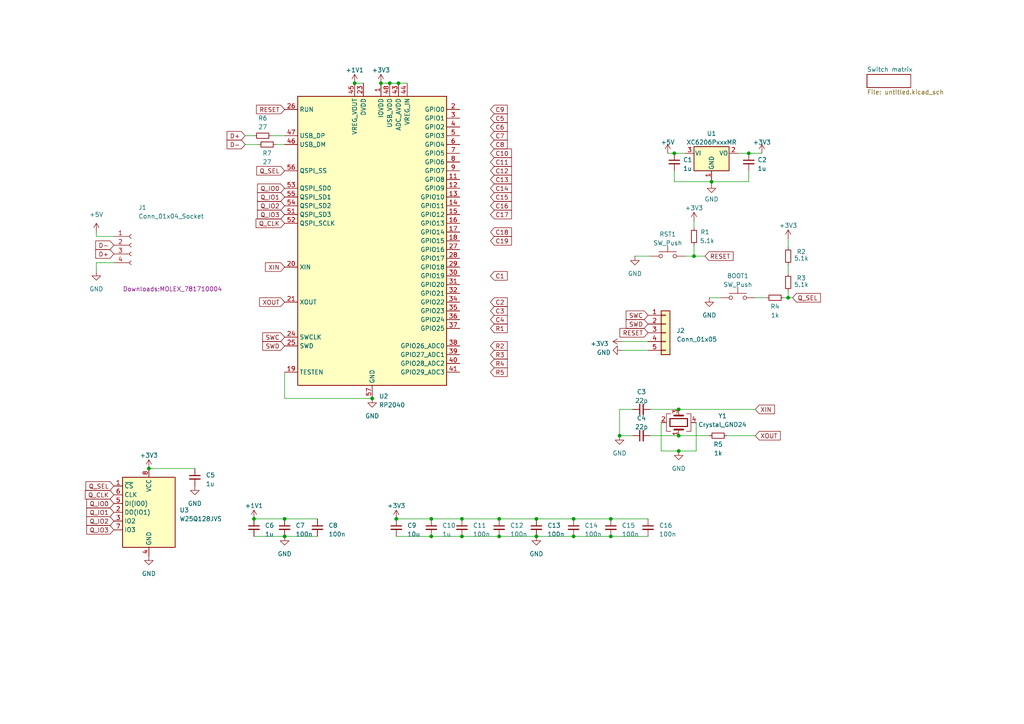
<source format=kicad_sch>
(kicad_sch (version 20231120) (generator "eeschema") (generator_version "8.0")
  (paper "A4")
  (lib_symbols
    (symbol "Connector:Conn_01x04_Socket" (pin_names (offset 1.016) hide)
      (property "Reference" "J" (at 0 5.08 0))
      (property "Value" "Conn_01x04_Socket" (at 0 -7.62 0))
      (symbol "Conn_01x04_Socket_1_1"
        (arc (start 0 -4.572) (mid -0.5058 -5.08) (end 0 -5.588) (stroke (width 0.1524)))
        (arc (start 0 -2.032) (mid -0.5058 -2.54) (end 0 -3.048) (stroke (width 0.1524)))
        (polyline (pts (xy -1.27 -5.08) (xy -0.508 -5.08)) (stroke (width 0.1524)))
        (polyline (pts (xy -1.27 -2.54) (xy -0.508 -2.54)) (stroke (width 0.1524)))
        (polyline (pts (xy -1.27 0) (xy -0.508 0)) (stroke (width 0.1524)))
        (polyline (pts (xy -1.27 2.54) (xy -0.508 2.54)) (stroke (width 0.1524)))
        (arc (start 0 0.508) (mid -0.5058 0) (end 0 -0.508) (stroke (width 0.1524)))
        (arc (start 0 3.048) (mid -0.5058 2.54) (end 0 2.032) (stroke (width 0.1524)))
        (pin passive line (at -5.08 2.54 0) (length 3.81) (name "Pin_1") (number "1"))
        (pin passive line (at -5.08 0 0) (length 3.81) (name "Pin_2") (number "2"))
        (pin passive line (at -5.08 -2.54 0) (length 3.81) (name "Pin_3") (number "3"))
        (pin passive line (at -5.08 -5.08 0) (length 3.81) (name "Pin_4") (number "4"))
      )
    )
    (symbol "Connector_Generic:Conn_01x05" (pin_names (offset 1.016) hide)
      (property "Reference" "J" (at 0 7.62 0))
      (property "Value" "Conn_01x05" (at 0 -7.62 0))
      (symbol "Conn_01x05_1_1"
        (rectangle (start -1.27 -4.953) (end 0 -5.207) (stroke (width 0.1524)))
        (rectangle (start -1.27 -2.413) (end 0 -2.667) (stroke (width 0.1524)))
        (rectangle (start -1.27 0.127) (end 0 -0.127) (stroke (width 0.1524)))
        (rectangle (start -1.27 2.667) (end 0 2.413) (stroke (width 0.1524)))
        (rectangle (start -1.27 5.207) (end 0 4.953) (stroke (width 0.1524)))
        (rectangle (start -1.27 6.35) (end 1.27 -6.35) (stroke (width 0.254)) (fill (type background)))
        (pin passive line (at -5.08 5.08 0) (length 3.81) (name "Pin_1") (number "1"))
        (pin passive line (at -5.08 2.54 0) (length 3.81) (name "Pin_2") (number "2"))
        (pin passive line (at -5.08 0 0) (length 3.81) (name "Pin_3") (number "3"))
        (pin passive line (at -5.08 -2.54 0) (length 3.81) (name "Pin_4") (number "4"))
        (pin passive line (at -5.08 -5.08 0) (length 3.81) (name "Pin_5") (number "5"))
      )
    )
    (symbol "Device:C_Small" (pin_numbers hide) (pin_names (offset 0.254) hide)
      (property "Reference" "C" (at 0.254 1.778 0))
      (property "Value" "C_Small" (at 0.254 -2.032 0))
      (symbol "C_Small_0_1"
        (polyline (pts (xy -1.524 -0.508) (xy 1.524 -0.508)) (stroke (width 0.3302)))
        (polyline (pts (xy -1.524 0.508) (xy 1.524 0.508)) (stroke (width 0.3048)))
      )
      (symbol "C_Small_1_1"
        (pin passive line (at 0 2.54 270) (length 2.032) (name "~") (number "1"))
        (pin passive line (at 0 -2.54 90) (length 2.032) (name "~") (number "2"))
      )
    )
    (symbol "Device:Crystal_GND24" (pin_names (offset 1.016) hide)
      (property "Reference" "Y" (at 3.175 5.08 0))
      (property "Value" "Crystal_GND24" (at 3.175 3.175 0))
      (symbol "Crystal_GND24_0_1"
        (rectangle (start -1.143 2.54) (end 1.143 -2.54) (stroke (width 0.3048)))
        (polyline (pts (xy -2.54 0) (xy -2.032 0)))
        (polyline (pts (xy -2.032 -1.27) (xy -2.032 1.27)) (stroke (width 0.508)))
        (polyline (pts (xy 0 -3.81) (xy 0 -3.556)))
        (polyline (pts (xy 0 3.556) (xy 0 3.81)))
        (polyline (pts (xy 2.032 -1.27) (xy 2.032 1.27)) (stroke (width 0.508)))
        (polyline (pts (xy 2.032 0) (xy 2.54 0)))
        (polyline (pts (xy -2.54 -2.286) (xy -2.54 -3.556) (xy 2.54 -3.556) (xy 2.54 -2.286)))
        (polyline (pts (xy -2.54 2.286) (xy -2.54 3.556) (xy 2.54 3.556) (xy 2.54 2.286)))
      )
      (symbol "Crystal_GND24_1_1"
        (pin passive line (at -3.81 0 0) (length 1.27) (name "1") (number "1"))
        (pin passive line (at 0 5.08 270) (length 1.27) (name "2") (number "2"))
        (pin passive line (at 3.81 0 180) (length 1.27) (name "3") (number "3"))
        (pin passive line (at 0 -5.08 90) (length 1.27) (name "4") (number "4"))
      )
    )
    (symbol "Device:R_Small" (pin_numbers hide) (pin_names (offset 0.254) hide)
      (property "Reference" "R" (at 0.762 0.508 0))
      (property "Value" "R_Small" (at 0.762 -1.016 0))
      (symbol "R_Small_0_1"
        (rectangle (start -0.762 1.778) (end 0.762 -1.778) (stroke (width 0.2032)))
      )
      (symbol "R_Small_1_1"
        (pin passive line (at 0 2.54 270) (length 0.762) (name "~") (number "1"))
        (pin passive line (at 0 -2.54 90) (length 0.762) (name "~") (number "2"))
      )
    )
    (symbol "MCU_RaspberryPi:RP2040"
      (property "Reference" "U" (at 17.78 45.72 0))
      (property "Value" "RP2040" (at 17.78 43.18 0))
      (symbol "RP2040_0_1"
        (rectangle (start -21.59 41.91) (end 21.59 -41.91) (stroke (width 0.254)) (fill (type background)))
      )
      (symbol "RP2040_1_1"
        (pin power_in line (at 2.54 45.72 270) (length 3.81) (name "IOVDD") (number "1"))
        (pin passive line (at 2.54 45.72 270) (length 3.81) hide (name "IOVDD") (number "10"))
        (pin bidirectional line (at 25.4 17.78 180) (length 3.81) (name "GPIO8") (number "11"))
        (pin bidirectional line (at 25.4 15.24 180) (length 3.81) (name "GPIO9") (number "12"))
        (pin bidirectional line (at 25.4 12.7 180) (length 3.81) (name "GPIO10") (number "13"))
        (pin bidirectional line (at 25.4 10.16 180) (length 3.81) (name "GPIO11") (number "14"))
        (pin bidirectional line (at 25.4 7.62 180) (length 3.81) (name "GPIO12") (number "15"))
        (pin bidirectional line (at 25.4 5.08 180) (length 3.81) (name "GPIO13") (number "16"))
        (pin bidirectional line (at 25.4 2.54 180) (length 3.81) (name "GPIO14") (number "17"))
        (pin bidirectional line (at 25.4 0 180) (length 3.81) (name "GPIO15") (number "18"))
        (pin input line (at -25.4 -38.1 0) (length 3.81) (name "TESTEN") (number "19"))
        (pin bidirectional line (at 25.4 38.1 180) (length 3.81) (name "GPIO0") (number "2"))
        (pin input line (at -25.4 -7.62 0) (length 3.81) (name "XIN") (number "20"))
        (pin passive line (at -25.4 -17.78 0) (length 3.81) (name "XOUT") (number "21"))
        (pin passive line (at 2.54 45.72 270) (length 3.81) hide (name "IOVDD") (number "22"))
        (pin power_in line (at -2.54 45.72 270) (length 3.81) (name "DVDD") (number "23"))
        (pin input line (at -25.4 -27.94 0) (length 3.81) (name "SWCLK") (number "24"))
        (pin bidirectional line (at -25.4 -30.48 0) (length 3.81) (name "SWD") (number "25"))
        (pin input line (at -25.4 38.1 0) (length 3.81) (name "RUN") (number "26"))
        (pin bidirectional line (at 25.4 -2.54 180) (length 3.81) (name "GPIO16") (number "27"))
        (pin bidirectional line (at 25.4 -5.08 180) (length 3.81) (name "GPIO17") (number "28"))
        (pin bidirectional line (at 25.4 -7.62 180) (length 3.81) (name "GPIO18") (number "29"))
        (pin bidirectional line (at 25.4 35.56 180) (length 3.81) (name "GPIO1") (number "3"))
        (pin bidirectional line (at 25.4 -10.16 180) (length 3.81) (name "GPIO19") (number "30"))
        (pin bidirectional line (at 25.4 -12.7 180) (length 3.81) (name "GPIO20") (number "31"))
        (pin bidirectional line (at 25.4 -15.24 180) (length 3.81) (name "GPIO21") (number "32"))
        (pin passive line (at 2.54 45.72 270) (length 3.81) hide (name "IOVDD") (number "33"))
        (pin bidirectional line (at 25.4 -17.78 180) (length 3.81) (name "GPIO22") (number "34"))
        (pin bidirectional line (at 25.4 -20.32 180) (length 3.81) (name "GPIO23") (number "35"))
        (pin bidirectional line (at 25.4 -22.86 180) (length 3.81) (name "GPIO24") (number "36"))
        (pin bidirectional line (at 25.4 -25.4 180) (length 3.81) (name "GPIO25") (number "37"))
        (pin bidirectional line (at 25.4 -30.48 180) (length 3.81) (name "GPIO26_ADC0") (number "38"))
        (pin bidirectional line (at 25.4 -33.02 180) (length 3.81) (name "GPIO27_ADC1") (number "39"))
        (pin bidirectional line (at 25.4 33.02 180) (length 3.81) (name "GPIO2") (number "4"))
        (pin bidirectional line (at 25.4 -35.56 180) (length 3.81) (name "GPIO28_ADC2") (number "40"))
        (pin bidirectional line (at 25.4 -38.1 180) (length 3.81) (name "GPIO29_ADC3") (number "41"))
        (pin passive line (at 2.54 45.72 270) (length 3.81) hide (name "IOVDD") (number "42"))
        (pin power_in line (at 7.62 45.72 270) (length 3.81) (name "ADC_AVDD") (number "43"))
        (pin power_in line (at 10.16 45.72 270) (length 3.81) (name "VREG_IN") (number "44"))
        (pin power_out line (at -5.08 45.72 270) (length 3.81) (name "VREG_VOUT") (number "45"))
        (pin bidirectional line (at -25.4 27.94 0) (length 3.81) (name "USB_DM") (number "46"))
        (pin bidirectional line (at -25.4 30.48 0) (length 3.81) (name "USB_DP") (number "47"))
        (pin power_in line (at 5.08 45.72 270) (length 3.81) (name "USB_VDD") (number "48"))
        (pin passive line (at 2.54 45.72 270) (length 3.81) hide (name "IOVDD") (number "49"))
        (pin bidirectional line (at 25.4 30.48 180) (length 3.81) (name "GPIO3") (number "5"))
        (pin passive line (at -2.54 45.72 270) (length 3.81) hide (name "DVDD") (number "50"))
        (pin bidirectional line (at -25.4 7.62 0) (length 3.81) (name "QSPI_SD3") (number "51"))
        (pin output line (at -25.4 5.08 0) (length 3.81) (name "QSPI_SCLK") (number "52"))
        (pin bidirectional line (at -25.4 15.24 0) (length 3.81) (name "QSPI_SD0") (number "53"))
        (pin bidirectional line (at -25.4 10.16 0) (length 3.81) (name "QSPI_SD2") (number "54"))
        (pin bidirectional line (at -25.4 12.7 0) (length 3.81) (name "QSPI_SD1") (number "55"))
        (pin bidirectional line (at -25.4 20.32 0) (length 3.81) (name "QSPI_SS") (number "56"))
        (pin power_in line (at 0 -45.72 90) (length 3.81) (name "GND") (number "57"))
        (pin bidirectional line (at 25.4 27.94 180) (length 3.81) (name "GPIO4") (number "6"))
        (pin bidirectional line (at 25.4 25.4 180) (length 3.81) (name "GPIO5") (number "7"))
        (pin bidirectional line (at 25.4 22.86 180) (length 3.81) (name "GPIO6") (number "8"))
        (pin bidirectional line (at 25.4 20.32 180) (length 3.81) (name "GPIO7") (number "9"))
      )
    )
    (symbol "Memory_Flash:W25Q128JVS"
      (property "Reference" "U" (at -8.89 8.89 0))
      (property "Value" "W25Q128JVS" (at 7.62 8.89 0))
      (symbol "W25Q128JVS_0_1"
        (rectangle (start -7.62 10.16) (end 7.62 -10.16) (stroke (width 0.254)) (fill (type background)))
      )
      (symbol "W25Q128JVS_1_1"
        (pin input line (at -10.16 7.62 0) (length 2.54) (name "~{CS}") (number "1"))
        (pin bidirectional line (at -10.16 0 0) (length 2.54) (name "DO(IO1)") (number "2"))
        (pin bidirectional line (at -10.16 -2.54 0) (length 2.54) (name "IO2") (number "3"))
        (pin power_in line (at 0 -12.7 90) (length 2.54) (name "GND") (number "4"))
        (pin bidirectional line (at -10.16 2.54 0) (length 2.54) (name "DI(IO0)") (number "5"))
        (pin input line (at -10.16 5.08 0) (length 2.54) (name "CLK") (number "6"))
        (pin bidirectional line (at -10.16 -5.08 0) (length 2.54) (name "IO3") (number "7"))
        (pin power_in line (at 0 12.7 270) (length 2.54) (name "VCC") (number "8"))
      )
    )
    (symbol "Regulator_Linear:XC6206PxxxMR" (pin_names (offset 0.254))
      (property "Reference" "U" (at -3.81 3.175 0))
      (property "Value" "XC6206PxxxMR" (at 0 3.175 0))
      (symbol "XC6206PxxxMR_0_1"
        (rectangle (start -5.08 1.905) (end 5.08 -5.08) (stroke (width 0.254)) (fill (type background)))
      )
      (symbol "XC6206PxxxMR_1_1"
        (pin power_in line (at 0 -7.62 90) (length 2.54) (name "GND") (number "1"))
        (pin power_out line (at 7.62 0 180) (length 2.54) (name "VO") (number "2"))
        (pin power_in line (at -7.62 0 0) (length 2.54) (name "VI") (number "3"))
      )
    )
    (symbol "Switch:SW_Push" (pin_numbers hide) (pin_names (offset 1.016) hide)
      (property "Reference" "SW" (at 1.27 2.54 0))
      (property "Value" "SW_Push" (at 0 -1.524 0))
      (symbol "SW_Push_0_1"
        (circle (center -2.032 0) (radius 0.508))
        (polyline (pts (xy 0 1.27) (xy 0 3.048)))
        (polyline (pts (xy 2.54 1.27) (xy -2.54 1.27)))
        (circle (center 2.032 0) (radius 0.508))
        (pin passive line (at -5.08 0 0) (length 2.54) (name "1") (number "1"))
        (pin passive line (at 5.08 0 180) (length 2.54) (name "2") (number "2"))
      )
    )
    (symbol "power:+1V1" (power) (pin_names (offset 0))
      (property "Value" "+1V1" (at 0 3.556 0))
      (symbol "+1V1_0_1"
        (polyline (pts (xy -0.762 1.27) (xy 0 2.54)))
        (polyline (pts (xy 0 0) (xy 0 2.54)))
        (polyline (pts (xy 0 2.54) (xy 0.762 1.27)))
      )
      (symbol "+1V1_1_1"
        (pin power_in line (at 0 0 90) (length 0) hide (name "+1V1") (number "1"))
      )
    )
    (symbol "power:+3V3" (power) (pin_names (offset 0))
      (property "Value" "+3V3" (at 0 3.556 0))
      (symbol "+3V3_0_1"
        (polyline (pts (xy -0.762 1.27) (xy 0 2.54)))
        (polyline (pts (xy 0 0) (xy 0 2.54)))
        (polyline (pts (xy 0 2.54) (xy 0.762 1.27)))
      )
      (symbol "+3V3_1_1"
        (pin power_in line (at 0 0 90) (length 0) hide (name "+3V3") (number "1"))
      )
    )
    (symbol "power:+5V" (power) (pin_numbers hide) (pin_names (offset 0) hide)
      (property "Value" "+5V" (at 0 3.556 0))
      (symbol "+5V_0_1"
        (polyline (pts (xy -0.762 1.27) (xy 0 2.54)))
        (polyline (pts (xy 0 0) (xy 0 2.54)))
        (polyline (pts (xy 0 2.54) (xy 0.762 1.27)))
      )
      (symbol "+5V_1_1"
        (pin power_in line (at 0 0 90) (length 0) (name "~") (number "1"))
      )
    )
    (symbol "power:GND" (power) (pin_numbers hide) (pin_names (offset 0) hide)
      (property "Value" "GND" (at 0 -3.81 0))
      (symbol "GND_0_1"
        (polyline (pts (xy 0 0) (xy 0 -1.27) (xy 1.27 -1.27) (xy 0 -2.54) (xy -1.27 -1.27) (xy 0 -1.27)))
      )
      (symbol "GND_1_1"
        (pin power_in line (at 0 0 270) (length 0) (name "~") (number "1"))
      )
    )
  )
  (junction (at 217.17 44.45))
  (junction (at 125.095 150.495))
  (junction (at 133.985 155.575))
  (junction (at 133.985 150.495))
  (junction (at 110.49 24.13))
  (junction (at 82.55 150.495))
  (junction (at 82.55 155.575))
  (junction (at 201.295 74.295))
  (junction (at 155.575 155.575))
  (junction (at 196.85 130.81))
  (junction (at 196.85 118.745))
  (junction (at 196.85 126.365))
  (junction (at 166.37 155.575))
  (junction (at 206.375 52.705))
  (junction (at 179.705 126.365))
  (junction (at 144.78 155.575))
  (junction (at 114.935 150.495))
  (junction (at 73.66 150.495))
  (junction (at 177.165 155.575))
  (junction (at 166.37 150.495))
  (junction (at 177.165 150.495))
  (junction (at 115.57 24.13))
  (junction (at 113.03 24.13))
  (junction (at 102.87 24.13))
  (junction (at 195.58 44.45))
  (junction (at 125.095 155.575))
  (junction (at 144.78 150.495))
  (junction (at 155.575 150.495))
  (junction (at 43.18 135.89))
  (junction (at 107.95 115.57))
  (junction (at 228.6 86.36))
  (wire (pts (xy 27.94 76.2) (xy 27.94 78.74)))
  (wire (pts (xy 204.47 74.295) (xy 201.295 74.295)))
  (wire (pts (xy 206.375 53.34) (xy 206.375 52.705)))
  (wire (pts (xy 166.37 155.575) (xy 177.165 155.575)))
  (wire (pts (xy 191.77 130.81) (xy 196.85 130.81)))
  (wire (pts (xy 80.01 41.91) (xy 82.55 41.91)))
  (wire (pts (xy 166.37 150.495) (xy 177.165 150.495)))
  (wire (pts (xy 71.12 39.37) (xy 73.66 39.37)))
  (wire (pts (xy 155.575 150.495) (xy 166.37 150.495)))
  (wire (pts (xy 125.095 150.495) (xy 133.985 150.495)))
  (wire (pts (xy 73.66 150.495) (xy 82.55 150.495)))
  (wire (pts (xy 102.87 24.13) (xy 105.41 24.13)))
  (wire (pts (xy 180.34 101.6) (xy 187.96 101.6)))
  (wire (pts (xy 27.94 68.58) (xy 33.02 68.58)))
  (wire (pts (xy 206.375 52.705) (xy 217.17 52.705)))
  (wire (pts (xy 228.6 76.835) (xy 228.6 79.375)))
  (wire (pts (xy 219.075 86.36) (xy 222.25 86.36)))
  (wire (pts (xy 155.575 155.575) (xy 166.37 155.575)))
  (wire (pts (xy 228.6 84.455) (xy 228.6 86.36)))
  (wire (pts (xy 196.85 130.81) (xy 201.93 130.81)))
  (wire (pts (xy 179.705 126.365) (xy 183.515 126.365)))
  (wire (pts (xy 201.295 64.135) (xy 201.295 66.04)))
  (wire (pts (xy 228.6 69.215) (xy 228.6 71.755)))
  (wire (pts (xy 217.17 52.705) (xy 217.17 49.53)))
  (wire (pts (xy 43.18 135.89) (xy 56.515 135.89)))
  (wire (pts (xy 82.55 155.575) (xy 92.075 155.575)))
  (wire (pts (xy 82.55 115.57) (xy 107.95 115.57)))
  (wire (pts (xy 177.165 150.495) (xy 187.96 150.495)))
  (wire (pts (xy 110.49 24.13) (xy 113.03 24.13)))
  (wire (pts (xy 115.57 24.13) (xy 118.11 24.13)))
  (wire (pts (xy 82.55 107.95) (xy 82.55 115.57)))
  (wire (pts (xy 228.6 86.36) (xy 229.87 86.36)))
  (wire (pts (xy 180.34 99.06) (xy 187.96 99.06)))
  (wire (pts (xy 213.995 44.45) (xy 217.17 44.45)))
  (wire (pts (xy 144.78 155.575) (xy 155.575 155.575)))
  (wire (pts (xy 133.985 155.575) (xy 144.78 155.575)))
  (wire (pts (xy 177.165 155.575) (xy 187.96 155.575)))
  (wire (pts (xy 125.095 155.575) (xy 133.985 155.575)))
  (wire (pts (xy 133.985 150.495) (xy 144.78 150.495)))
  (wire (pts (xy 227.33 86.36) (xy 228.6 86.36)))
  (wire (pts (xy 184.15 74.295) (xy 188.595 74.295)))
  (wire (pts (xy 188.595 126.365) (xy 196.85 126.365)))
  (wire (pts (xy 196.85 126.365) (xy 205.74 126.365)))
  (wire (pts (xy 74.93 41.91) (xy 71.12 41.91)))
  (wire (pts (xy 78.74 39.37) (xy 82.55 39.37)))
  (wire (pts (xy 196.85 118.745) (xy 219.075 118.745)))
  (wire (pts (xy 82.55 150.495) (xy 92.075 150.495)))
  (wire (pts (xy 114.935 150.495) (xy 125.095 150.495)))
  (wire (pts (xy 201.93 130.81) (xy 201.93 122.555)))
  (wire (pts (xy 27.94 67.31) (xy 27.94 68.58)))
  (wire (pts (xy 144.78 150.495) (xy 155.575 150.495)))
  (wire (pts (xy 183.515 118.745) (xy 179.705 118.745)))
  (wire (pts (xy 217.17 44.45) (xy 220.98 44.45)))
  (wire (pts (xy 195.58 49.53) (xy 195.58 52.705)))
  (wire (pts (xy 195.58 52.705) (xy 206.375 52.705)))
  (wire (pts (xy 191.77 122.555) (xy 191.77 130.81)))
  (wire (pts (xy 114.935 155.575) (xy 125.095 155.575)))
  (wire (pts (xy 210.82 126.365) (xy 219.075 126.365)))
  (wire (pts (xy 33.02 76.2) (xy 27.94 76.2)))
  (wire (pts (xy 73.66 155.575) (xy 82.55 155.575)))
  (wire (pts (xy 188.595 118.745) (xy 196.85 118.745)))
  (wire (pts (xy 179.705 118.745) (xy 179.705 126.365)))
  (wire (pts (xy 205.74 86.36) (xy 208.915 86.36)))
  (wire (pts (xy 201.295 74.295) (xy 198.755 74.295)))
  (wire (pts (xy 206.375 52.705) (xy 206.375 52.07)))
  (wire (pts (xy 113.03 24.13) (xy 115.57 24.13)))
  (wire (pts (xy 195.58 44.45) (xy 198.755 44.45)))
  (wire (pts (xy 201.295 71.12) (xy 201.295 74.295)))
  (wire (pts (xy 193.675 44.45) (xy 195.58 44.45)))
  (global_label "C7" (shape input) (at 142.24 39.37 0) (property "Intersheetrefs" "${INTERSHEET_REFS}" (effects (hide yes))))
  (global_label "Q_IO3" (shape input) (at 33.02 153.67 180) (property "Intersheetrefs" "${INTERSHEET_REFS}" (effects (hide yes))))
  (global_label "Q_IO3" (shape input) (at 82.55 62.23 180) (property "Intersheetrefs" "${INTERSHEET_REFS}" (effects (hide yes))))
  (global_label "RESET" (shape input) (at 187.96 96.52 180) (property "Intersheetrefs" "${INTERSHEET_REFS}" (effects (hide yes))))
  (global_label "Q_CLK" (shape input) (at 82.55 64.77 180) (property "Intersheetrefs" "${INTERSHEET_REFS}" (effects (hide yes))))
  (global_label "C12" (shape input) (at 142.24 49.53 0) (property "Intersheetrefs" "${INTERSHEET_REFS}" (effects (hide yes))))
  (global_label "C16" (shape input) (at 142.24 59.69 0) (property "Intersheetrefs" "${INTERSHEET_REFS}" (effects (hide yes))))
  (global_label "C2" (shape input) (at 142.24 87.63 0) (property "Intersheetrefs" "${INTERSHEET_REFS}" (effects (hide yes))))
  (global_label "SWD" (shape input) (at 187.96 93.98 180) (property "Intersheetrefs" "${INTERSHEET_REFS}" (effects (hide yes))))
  (global_label "D-" (shape input) (at 71.12 41.91 180) (property "Intersheetrefs" "${INTERSHEET_REFS}" (effects (hide yes))))
  (global_label "Q_IO1" (shape input) (at 82.55 57.15 180) (property "Intersheetrefs" "${INTERSHEET_REFS}" (effects (hide yes))))
  (global_label "Q_IO0" (shape input) (at 33.02 146.05 180) (property "Intersheetrefs" "${INTERSHEET_REFS}" (effects (hide yes))))
  (global_label "C5" (shape input) (at 142.24 34.29 0) (property "Intersheetrefs" "${INTERSHEET_REFS}" (effects (hide yes))))
  (global_label "C3" (shape input) (at 142.24 90.17 0) (property "Intersheetrefs" "${INTERSHEET_REFS}" (effects (hide yes))))
  (global_label "C10" (shape input) (at 142.24 44.45 0) (property "Intersheetrefs" "${INTERSHEET_REFS}" (effects (hide yes))))
  (global_label "D+" (shape input) (at 33.02 73.66 180) (property "Intersheetrefs" "${INTERSHEET_REFS}" (effects (hide yes))))
  (global_label "Q_SEL" (shape input) (at 82.55 49.53 180) (property "Intersheetrefs" "${INTERSHEET_REFS}" (effects (hide yes))))
  (global_label "D-" (shape input) (at 33.02 71.12 180) (property "Intersheetrefs" "${INTERSHEET_REFS}" (effects (hide yes))))
  (global_label "XOUT" (shape input) (at 219.075 126.365 0) (property "Intersheetrefs" "${INTERSHEET_REFS}" (effects (hide yes))))
  (global_label "Q_IO2" (shape input) (at 82.55 59.69 180) (property "Intersheetrefs" "${INTERSHEET_REFS}" (effects (hide yes))))
  (global_label "Q_IO0" (shape input) (at 82.55 54.61 180) (property "Intersheetrefs" "${INTERSHEET_REFS}" (effects (hide yes))))
  (global_label "C18" (shape input) (at 142.24 67.31 0) (property "Intersheetrefs" "${INTERSHEET_REFS}" (effects (hide yes))))
  (global_label "RESET" (shape input) (at 204.47 74.295 0) (property "Intersheetrefs" "${INTERSHEET_REFS}" (effects (hide yes))))
  (global_label "SWC" (shape input) (at 82.55 97.79 180) (property "Intersheetrefs" "${INTERSHEET_REFS}" (effects (hide yes))))
  (global_label "C14" (shape input) (at 142.24 54.61 0) (property "Intersheetrefs" "${INTERSHEET_REFS}" (effects (hide yes))))
  (global_label "C8" (shape input) (at 142.24 41.91 0) (property "Intersheetrefs" "${INTERSHEET_REFS}" (effects (hide yes))))
  (global_label "C6" (shape input) (at 142.24 36.83 0) (property "Intersheetrefs" "${INTERSHEET_REFS}" (effects (hide yes))))
  (global_label "R2" (shape input) (at 142.24 100.33 0) (property "Intersheetrefs" "${INTERSHEET_REFS}" (effects (hide yes))))
  (global_label "XIN" (shape input) (at 82.55 77.47 180) (property "Intersheetrefs" "${INTERSHEET_REFS}" (effects (hide yes))))
  (global_label "Q_IO2" (shape input) (at 33.02 151.13 180) (property "Intersheetrefs" "${INTERSHEET_REFS}" (effects (hide yes))))
  (global_label "Q_SEL" (shape input) (at 33.02 140.97 180) (property "Intersheetrefs" "${INTERSHEET_REFS}" (effects (hide yes))))
  (global_label "C4" (shape input) (at 142.24 92.71 0) (property "Intersheetrefs" "${INTERSHEET_REFS}" (effects (hide yes))))
  (global_label "D+" (shape input) (at 71.12 39.37 180) (property "Intersheetrefs" "${INTERSHEET_REFS}" (effects (hide yes))))
  (global_label "C13" (shape input) (at 142.24 52.07 0) (property "Intersheetrefs" "${INTERSHEET_REFS}" (effects (hide yes))))
  (global_label "C19" (shape input) (at 142.24 69.85 0) (property "Intersheetrefs" "${INTERSHEET_REFS}" (effects (hide yes))))
  (global_label "XOUT" (shape input) (at 82.55 87.63 180) (property "Intersheetrefs" "${INTERSHEET_REFS}" (effects (hide yes))))
  (global_label "R3" (shape input) (at 142.24 102.87 0) (property "Intersheetrefs" "${INTERSHEET_REFS}" (effects (hide yes))))
  (global_label "R5" (shape input) (at 142.24 107.95 0) (property "Intersheetrefs" "${INTERSHEET_REFS}" (effects (hide yes))))
  (global_label "C17" (shape input) (at 142.24 62.23 0) (property "Intersheetrefs" "${INTERSHEET_REFS}" (effects (hide yes))))
  (global_label "Q_CLK" (shape input) (at 33.02 143.51 180) (property "Intersheetrefs" "${INTERSHEET_REFS}" (effects (hide yes))))
  (global_label "SWC" (shape input) (at 187.96 91.44 180) (property "Intersheetrefs" "${INTERSHEET_REFS}" (effects (hide yes))))
  (global_label "C11" (shape input) (at 142.24 46.99 0) (property "Intersheetrefs" "${INTERSHEET_REFS}" (effects (hide yes))))
  (global_label "XIN" (shape input) (at 219.075 118.745 0) (property "Intersheetrefs" "${INTERSHEET_REFS}" (effects (hide yes))))
  (global_label "C15" (shape input) (at 142.24 57.15 0) (property "Intersheetrefs" "${INTERSHEET_REFS}" (effects (hide yes))))
  (global_label "RESET" (shape input) (at 82.55 31.75 180) (property "Intersheetrefs" "${INTERSHEET_REFS}" (effects (hide yes))))
  (global_label "R1" (shape input) (at 142.24 95.25 0) (property "Intersheetrefs" "${INTERSHEET_REFS}" (effects (hide yes))))
  (global_label "Q_IO1" (shape input) (at 33.02 148.59 180) (property "Intersheetrefs" "${INTERSHEET_REFS}" (effects (hide yes))))
  (global_label "Q_SEL" (shape input) (at 229.87 86.36 0) (property "Intersheetrefs" "${INTERSHEET_REFS}" (effects (hide yes))))
  (global_label "C1" (shape input) (at 142.24 80.01 0) (property "Intersheetrefs" "${INTERSHEET_REFS}" (effects (hide yes))))
  (global_label "C9" (shape input) (at 142.24 31.75 0) (property "Intersheetrefs" "${INTERSHEET_REFS}" (effects (hide yes))))
  (global_label "R4" (shape input) (at 142.24 105.41 0) (property "Intersheetrefs" "${INTERSHEET_REFS}" (effects (hide yes))))
  (global_label "SWD" (shape input) (at 82.55 100.33 180) (property "Intersheetrefs" "${INTERSHEET_REFS}" (effects (hide yes))))
  (symbol (lib_id "Connector:Conn_01x04_Socket") (at 38.1 71.12 0) (unit 1)
    (property "Reference" "J1" (at 40.132 60.198 0) (effects (justify left)))
    (property "Value" "Conn_01x04_Socket" (at 40.132 62.738 0) (effects (justify left)))
    (property "Footprint" "Downloads:MOLEX_781710004" (at 50.038 83.82 0))
    (property "Description" "Generic connector, single row, 01x04, script generated" (effects (hide yes)))
  )
  (symbol (lib_id "Switch:SW_Push") (at 213.995 86.36 0) (unit 1)
    (property "Reference" "BOOT1" (at 213.995 80.01 0))
    (property "Value" "SW_Push" (at 213.995 82.55 0))
    (property "Footprint" "Button_Switch_SMD:SW_SPST_TL3342" (effects (hide yes)))
  )
  (symbol (lib_id "power:+3V3") (at 180.34 99.06 90) (unit 1)
    (property "Reference" "#PWR010" (effects (hide yes)))
    (property "Value" "+3V3" (at 176.53 99.695 90) (effects (justify left)))
  )
  (symbol (lib_id "Device:C_Small") (at 82.55 153.035 0) (unit 1)
    (property "Reference" "C7" (at 85.725 152.4063 0) (effects (justify left)))
    (property "Value" "100n" (at 85.725 154.9463 0) (effects (justify left)))
    (property "Footprint" "Capacitor_SMD:C_0402_1005Metric" (effects (hide yes)))
  )
  (symbol (lib_id "power:GND") (at 56.515 140.97 0) (unit 1)
    (property "Reference" "#PWR018" (effects (hide yes)))
    (property "Value" "GND" (at 56.515 146.05 0))
  )
  (symbol (lib_id "Device:C_Small") (at 186.055 118.745 90) (unit 1)
    (property "Reference" "C3" (at 186.0613 113.665 90))
    (property "Value" "22p" (at 186.0613 116.205 90))
    (property "Footprint" "Capacitor_SMD:C_0402_1005Metric" (effects (hide yes)))
  )
  (symbol (lib_id "power:GND") (at 82.55 155.575 0) (unit 1)
    (property "Reference" "#PWR021" (effects (hide yes)))
    (property "Value" "GND" (at 82.55 160.655 0))
  )
  (symbol (lib_id "power:GND") (at 179.705 126.365 0) (unit 1)
    (property "Reference" "#PWR012" (effects (hide yes)))
    (property "Value" "GND" (at 179.705 131.445 0))
  )
  (symbol (lib_id "power:+1V1") (at 102.87 24.13 0) (unit 1)
    (property "Reference" "#PWR014" (effects (hide yes)))
    (property "Value" "+1V1" (at 102.87 20.32 0))
  )
  (symbol (lib_id "power:+3V3") (at 110.49 24.13 0) (unit 1)
    (property "Reference" "#PWR015" (effects (hide yes)))
    (property "Value" "+3V3" (at 110.49 20.32 0))
  )
  (symbol (lib_id "Device:C_Small") (at 73.66 153.035 0) (unit 1)
    (property "Reference" "C6" (at 76.835 152.4063 0) (effects (justify left)))
    (property "Value" "1u" (at 76.835 154.9463 0) (effects (justify left)))
    (property "Footprint" "Capacitor_SMD:C_0402_1005Metric" (effects (hide yes)))
  )
  (symbol (lib_id "Regulator_Linear:XC6206PxxxMR") (at 206.375 44.45 0) (unit 1)
    (property "Reference" "U1" (at 206.375 38.735 0))
    (property "Value" "XC6206PxxxMR" (at 206.375 41.275 0))
    (property "Footprint" "Package_TO_SOT_SMD:SOT-23-3" (effects (hide yes)))
    (property "Datasheet" "https://www.torexsemi.com/file/xc6206/XC6206.pdf" (effects (hide yes)))
  )
  (symbol (lib_id "Device:C_Small") (at 217.17 46.99 0) (unit 1)
    (property "Reference" "C2" (at 219.71 46.3613 0) (effects (justify left)))
    (property "Value" "1u" (at 219.71 48.9013 0) (effects (justify left)))
    (property "Footprint" "Capacitor_SMD:C_0402_1005Metric" (effects (hide yes)))
  )
  (symbol (lib_id "Device:C_Small") (at 155.575 153.035 0) (unit 1)
    (property "Reference" "C13" (at 158.75 152.4063 0) (effects (justify left)))
    (property "Value" "100n" (at 158.75 154.9463 0) (effects (justify left)))
    (property "Footprint" "Capacitor_SMD:C_0402_1005Metric" (effects (hide yes)))
  )
  (symbol (lib_id "power:GND") (at 206.375 53.34 0) (unit 1)
    (property "Reference" "#PWR05" (effects (hide yes)))
    (property "Value" "GND" (at 206.375 57.785 0))
  )
  (symbol (lib_id "power:+3V3") (at 201.295 64.135 0) (unit 1)
    (property "Reference" "#PWR06" (effects (hide yes)))
    (property "Value" "+3V3" (at 201.295 60.325 0))
  )
  (symbol (lib_id "Device:R_Small") (at 76.2 39.37 90) (unit 1)
    (property "Reference" "R6" (at 76.2 34.29 90))
    (property "Value" "27" (at 76.2 36.83 90))
    (property "Footprint" "Resistor_SMD:R_0402_1005Metric" (effects (hide yes)))
  )
  (symbol (lib_id "power:+1V1") (at 73.66 150.495 0) (unit 1)
    (property "Reference" "#PWR019" (effects (hide yes)))
    (property "Value" "+1V1" (at 73.66 146.685 0))
  )
  (symbol (lib_id "power:+3V3") (at 228.6 69.215 0) (unit 1)
    (property "Reference" "#PWR07" (effects (hide yes)))
    (property "Value" "+3V3" (at 228.6 65.405 0))
  )
  (symbol (lib_id "power:GND") (at 27.94 78.74 0) (unit 1)
    (property "Reference" "#PWR02" (effects (hide yes)))
    (property "Value" "GND" (at 27.94 83.82 0))
    (property "Description" "Power symbol creates a global label with name \"GND\" , ground" (effects (hide yes)))
  )
  (symbol (lib_id "Device:C_Small") (at 166.37 153.035 0) (unit 1)
    (property "Reference" "C14" (at 169.545 152.4063 0) (effects (justify left)))
    (property "Value" "100n" (at 169.545 154.9463 0) (effects (justify left)))
    (property "Footprint" "Capacitor_SMD:C_0402_1005Metric" (effects (hide yes)))
  )
  (symbol (lib_id "Device:C_Small") (at 195.58 46.99 0) (unit 1)
    (property "Reference" "C1" (at 198.12 46.3613 0) (effects (justify left)))
    (property "Value" "1u" (at 198.12 48.9013 0) (effects (justify left)))
    (property "Footprint" "Capacitor_SMD:C_0402_1005Metric" (effects (hide yes)))
  )
  (symbol (lib_id "power:GND") (at 205.74 86.36 0) (unit 1)
    (property "Reference" "#PWR09" (effects (hide yes)))
    (property "Value" "GND" (at 205.74 91.44 0))
  )
  (symbol (lib_id "Device:C_Small") (at 186.055 126.365 90) (unit 1)
    (property "Reference" "C4" (at 186.0613 121.285 90))
    (property "Value" "22p" (at 186.0613 123.825 90))
    (property "Footprint" "Capacitor_SMD:C_0402_1005Metric" (effects (hide yes)))
  )
  (symbol (lib_id "Device:Crystal_GND24") (at 196.85 122.555 90) (unit 1)
    (property "Reference" "Y1" (at 209.55 120.6247 90))
    (property "Value" "Crystal_GND24" (at 209.55 123.1647 90))
    (property "Footprint" "Crystal:Crystal_SMD_3225-4Pin_3.2x2.5mm" (effects (hide yes)))
  )
  (symbol (lib_id "Device:C_Small") (at 92.075 153.035 0) (unit 1)
    (property "Reference" "C8" (at 95.25 152.4063 0) (effects (justify left)))
    (property "Value" "100n" (at 95.25 154.9463 0) (effects (justify left)))
    (property "Footprint" "Capacitor_SMD:C_0402_1005Metric" (effects (hide yes)))
  )
  (symbol (lib_id "MCU_RaspberryPi:RP2040") (at 107.95 69.85 0) (unit 1)
    (property "Reference" "U2" (at 109.9059 114.935 0) (effects (justify left)))
    (property "Value" "RP2040" (at 109.9059 117.475 0) (effects (justify left)))
    (property "Footprint" "Package_DFN_QFN:QFN-56-1EP_7x7mm_P0.4mm_EP3.2x3.2mm" (effects (hide yes)))
    (property "Datasheet" "https://datasheets.raspberrypi.com/rp2040/rp2040-datasheet.pdf" (effects (hide yes)))
  )
  (symbol (lib_id "Device:R_Small") (at 228.6 74.295 180) (unit 1)
    (property "Reference" "R2" (at 232.41 73.025 0))
    (property "Value" "5.1k" (at 232.41 74.93 0))
    (property "Footprint" "Resistor_SMD:R_0402_1005Metric" (effects (hide yes)))
  )
  (symbol (lib_id "Memory_Flash:W25Q128JVS") (at 43.18 148.59 0) (unit 1)
    (property "Reference" "U3" (at 52.07 147.955 0) (effects (justify left)))
    (property "Value" "W25Q128JVS" (at 52.07 150.495 0) (effects (justify left)))
    (property "Footprint" "Package_SO:SOIC-8_5.23x5.23mm_P1.27mm" (effects (hide yes)))
    (property "Datasheet" "http://www.winbond.com/resource-files/w25q128jv_dtr%20revc%2003272018%20plus.pdf" (effects (hide yes)))
  )
  (symbol (lib_id "Device:R_Small") (at 228.6 81.915 180) (unit 1)
    (property "Reference" "R3" (at 232.41 80.645 0))
    (property "Value" "5.1k" (at 232.41 82.55 0))
    (property "Footprint" "Resistor_SMD:R_0402_1005Metric" (effects (hide yes)))
  )
  (symbol (lib_id "Device:C_Small") (at 144.78 153.035 0) (unit 1)
    (property "Reference" "C12" (at 147.955 152.4063 0) (effects (justify left)))
    (property "Value" "100n" (at 147.955 154.9463 0) (effects (justify left)))
    (property "Footprint" "Capacitor_SMD:C_0402_1005Metric" (effects (hide yes)))
  )
  (symbol (lib_id "power:+3V3") (at 220.98 44.45 0) (unit 1)
    (property "Reference" "#PWR04" (effects (hide yes)))
    (property "Value" "+3V3" (at 220.98 41.275 0))
  )
  (symbol (lib_id "Connector_Generic:Conn_01x05") (at 193.04 96.52 0) (unit 1)
    (property "Reference" "J2" (at 196.215 95.885 0) (effects (justify left)))
    (property "Value" "Conn_01x05" (at 196.215 98.425 0) (effects (justify left)))
    (property "Footprint" "Connector_PinHeader_2.54mm:PinHeader_1x05_P2.54mm_Vertical" (effects (hide yes)))
  )
  (symbol (lib_id "Device:C_Small") (at 133.985 153.035 0) (unit 1)
    (property "Reference" "C11" (at 137.16 152.4063 0) (effects (justify left)))
    (property "Value" "100n" (at 137.16 154.9463 0) (effects (justify left)))
    (property "Footprint" "Capacitor_SMD:C_0402_1005Metric" (effects (hide yes)))
  )
  (symbol (lib_id "power:+5V") (at 27.94 67.31 0) (unit 1)
    (property "Reference" "#PWR01" (effects (hide yes)))
    (property "Value" "+5V" (at 27.94 62.23 0))
    (property "Description" "Power symbol creates a global label with name \"+5V\"" (effects (hide yes)))
  )
  (symbol (lib_id "power:+5V") (at 193.675 44.45 0) (unit 1)
    (property "Reference" "#PWR03" (effects (hide yes)))
    (property "Value" "+5V" (at 193.675 41.275 0))
  )
  (symbol (lib_id "Device:R_Small") (at 224.79 86.36 90) (unit 1)
    (property "Reference" "R4" (at 224.79 88.9 90))
    (property "Value" "1k" (at 224.79 91.44 90))
    (property "Footprint" "Resistor_SMD:R_0402_1005Metric" (effects (hide yes)))
  )
  (symbol (lib_id "Device:C_Small") (at 125.095 153.035 0) (unit 1)
    (property "Reference" "C10" (at 128.27 152.4063 0) (effects (justify left)))
    (property "Value" "1u" (at 128.27 154.9463 0) (effects (justify left)))
    (property "Footprint" "Capacitor_SMD:C_0402_1005Metric" (effects (hide yes)))
  )
  (symbol (lib_id "Device:R_Small") (at 77.47 41.91 90) (unit 1)
    (property "Reference" "R7" (at 77.47 44.45 90))
    (property "Value" "27" (at 77.47 46.99 90))
    (property "Footprint" "Resistor_SMD:R_0402_1005Metric" (effects (hide yes)))
  )
  (symbol (lib_id "Device:C_Small") (at 177.165 153.035 0) (unit 1)
    (property "Reference" "C15" (at 180.34 152.4063 0) (effects (justify left)))
    (property "Value" "100n" (at 180.34 154.9463 0) (effects (justify left)))
    (property "Footprint" "Capacitor_SMD:C_0402_1005Metric" (effects (hide yes)))
  )
  (symbol (lib_id "Device:C_Small") (at 56.515 138.43 0) (unit 1)
    (property "Reference" "C5" (at 59.69 137.8013 0) (effects (justify left)))
    (property "Value" "1u" (at 59.69 140.3413 0) (effects (justify left)))
    (property "Footprint" "Capacitor_SMD:C_0402_1005Metric" (effects (hide yes)))
  )
  (symbol (lib_id "power:+3V3") (at 43.18 135.89 0) (unit 1)
    (property "Reference" "#PWR017" (effects (hide yes)))
    (property "Value" "+3V3" (at 43.18 132.08 0))
  )
  (symbol (lib_id "Device:C_Small") (at 187.96 153.035 0) (unit 1)
    (property "Reference" "C16" (at 191.135 152.4063 0) (effects (justify left)))
    (property "Value" "100n" (at 191.135 154.9463 0) (effects (justify left)))
    (property "Footprint" "Capacitor_SMD:C_0402_1005Metric" (effects (hide yes)))
  )
  (symbol (lib_id "Device:R_Small") (at 208.28 126.365 90) (unit 1)
    (property "Reference" "R5" (at 208.28 128.905 90))
    (property "Value" "1k" (at 208.28 131.445 90))
    (property "Footprint" "Resistor_SMD:R_0402_1005Metric" (effects (hide yes)))
  )
  (symbol (lib_id "power:GND") (at 155.575 155.575 0) (unit 1)
    (property "Reference" "#PWR022" (effects (hide yes)))
    (property "Value" "GND" (at 155.575 160.655 0))
  )
  (symbol (lib_id "Device:C_Small") (at 114.935 153.035 0) (unit 1)
    (property "Reference" "C9" (at 118.11 152.4063 0) (effects (justify left)))
    (property "Value" "10u" (at 118.11 154.9463 0) (effects (justify left)))
    (property "Footprint" "Capacitor_SMD:C_0603_1608Metric" (effects (hide yes)))
  )
  (symbol (lib_id "power:GND") (at 196.85 130.81 0) (unit 1)
    (property "Reference" "#PWR013" (effects (hide yes)))
    (property "Value" "GND" (at 196.85 135.89 0))
  )
  (symbol (lib_id "power:GND") (at 107.95 115.57 0) (unit 1)
    (property "Reference" "#PWR016" (effects (hide yes)))
    (property "Value" "GND" (at 107.95 120.65 0))
  )
  (symbol (lib_id "Switch:SW_Push") (at 193.675 74.295 0) (unit 1)
    (property "Reference" "RST1" (at 193.675 67.945 0))
    (property "Value" "SW_Push" (at 193.675 70.485 0))
    (property "Footprint" "Button_Switch_SMD:SW_SPST_TL3342" (effects (hide yes)))
  )
  (symbol (lib_id "power:+3V3") (at 114.935 150.495 0) (unit 1)
    (property "Reference" "#PWR020" (effects (hide yes)))
    (property "Value" "+3V3" (at 114.935 146.685 0))
  )
  (symbol (lib_id "power:GND") (at 180.34 101.6 270) (unit 1)
    (property "Reference" "#PWR011" (effects (hide yes)))
    (property "Value" "GND" (at 177.165 102.235 90) (effects (justify right)))
  )
  (symbol (lib_id "power:GND") (at 43.18 161.29 0) (unit 1)
    (property "Reference" "#PWR023" (effects (hide yes)))
    (property "Value" "GND" (at 43.18 166.37 0))
  )
  (symbol (lib_id "Device:R_Small") (at 201.295 68.58 180) (unit 1)
    (property "Reference" "R1" (at 204.47 67.31 0))
    (property "Value" "5.1k" (at 205.105 69.85 0))
    (property "Footprint" "Resistor_SMD:R_0402_1005Metric" (effects (hide yes)))
  )
  (symbol (lib_id "power:GND") (at 184.15 74.295 0) (unit 1)
    (property "Reference" "#PWR08" (effects (hide yes)))
    (property "Value" "GND" (at 184.15 79.375 0))
  )
  (sheet (at 251.46 21.59) (size 12.7 3.81) (stroke (width 0.1524))
    (property "Sheetname" "Switch matrix" (at 251.46 20.8784 0) (effects (justify left bottom)))
    (property "Sheetfile" "untitled.kicad_sch" (at 251.46 25.9846 0) (effects (justify left top)))
  )
)
</source>
